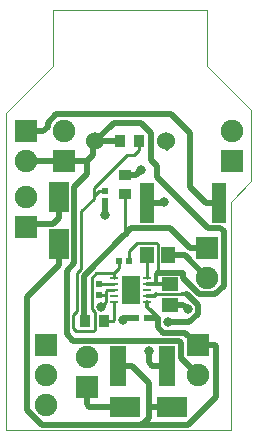
<source format=gbr>
%TF.GenerationSoftware,KiCad,Pcbnew,(5.0.0-rc3-dev)*%
%TF.CreationDate,2019-02-19T23:08:01+00:00*%
%TF.ProjectId,solar_breakout,736F6C61725F627265616B6F75742E6B,rev?*%
%TF.SameCoordinates,Original*%
%TF.FileFunction,Copper,L1,Top,Signal*%
%TF.FilePolarity,Positive*%
%FSLAX46Y46*%
G04 Gerber Fmt 4.6, Leading zero omitted, Abs format (unit mm)*
G04 Created by KiCad (PCBNEW (5.0.0-rc3-dev)) date 02/19/19 23:08:01*
%MOMM*%
%LPD*%
G01*
G04 APERTURE LIST*
%ADD10C,0.010000*%
%ADD11C,1.524000*%
%ADD12R,0.620000X0.620000*%
%ADD13C,1.900000*%
%ADD14R,1.900000X1.900000*%
%ADD15R,1.000000X0.950000*%
%ADD16R,1.150000X1.450000*%
%ADD17R,1.450000X1.150000*%
%ADD18R,2.500000X1.700000*%
%ADD19R,1.700000X2.500000*%
%ADD20R,0.700000X0.250000*%
%ADD21R,1.650000X2.380000*%
%ADD22R,1.400000X3.400000*%
%ADD23R,0.950000X1.000000*%
%ADD24R,1.250000X3.400000*%
%ADD25C,0.800000*%
%ADD26C,0.500000*%
%ADD27C,0.250000*%
%ADD28C,0.300000*%
G04 APERTURE END LIST*
D10*
X157700000Y-124300000D02*
X138700000Y-124300000D01*
X157700000Y-104950000D02*
X157700000Y-124300000D01*
X159450000Y-97200000D02*
X159450000Y-103200000D01*
X157700000Y-104950000D02*
X159450000Y-103200000D01*
X138700000Y-97450000D02*
X138700000Y-124300000D01*
X155700000Y-93450000D02*
X155700000Y-88700000D01*
X159450000Y-97200000D02*
X155700000Y-93450000D01*
X142700000Y-93450000D02*
X142700000Y-88700000D01*
X138700000Y-97450000D02*
X142700000Y-93450000D01*
X155700000Y-88700000D02*
X142700000Y-88700000D01*
D11*
X146200000Y-99822000D03*
X152200000Y-99822000D03*
D12*
X146558000Y-111945000D03*
X146558000Y-112845000D03*
D13*
X142100000Y-122140000D03*
X142100000Y-119600000D03*
D14*
X142100000Y-117060000D03*
D13*
X157800000Y-98930000D03*
D14*
X157800000Y-101470000D03*
D15*
X148717000Y-104305000D03*
X148717000Y-102705000D03*
D12*
X149722000Y-114808000D03*
X150622000Y-114808000D03*
D16*
X150611000Y-109474000D03*
X152411000Y-109474000D03*
D12*
X148216200Y-109956600D03*
X149116200Y-109956600D03*
D17*
X152527000Y-113676000D03*
X152527000Y-111876000D03*
D18*
X148749000Y-122301000D03*
X152749000Y-122301000D03*
D19*
X143179800Y-108553000D03*
X143179800Y-104553000D03*
D20*
X147800000Y-111395000D03*
X147800000Y-111895000D03*
X147800000Y-112395000D03*
X147800000Y-112895000D03*
X147800000Y-113395000D03*
X150650000Y-113395000D03*
X150650000Y-112895000D03*
X150650000Y-112395000D03*
X150650000Y-111895000D03*
X150650000Y-111395000D03*
D21*
X149225000Y-112395000D03*
D14*
X145542000Y-120650000D03*
D13*
X145542000Y-118110000D03*
X140400000Y-104571800D03*
D14*
X140400000Y-107111800D03*
D13*
X155702000Y-111379000D03*
D14*
X155702000Y-108839000D03*
D13*
X143600000Y-98930000D03*
D14*
X143600000Y-101470000D03*
X154900000Y-117060000D03*
D13*
X154900000Y-119600000D03*
D14*
X140400000Y-98930000D03*
D13*
X140400000Y-101470000D03*
D22*
X148173000Y-118872000D03*
X152273000Y-118872000D03*
D23*
X145377000Y-115062000D03*
X146977000Y-115062000D03*
X148323500Y-99822000D03*
X149923500Y-99822000D03*
D12*
X147066000Y-104013000D03*
X147066000Y-104913000D03*
D24*
X156720000Y-105029000D03*
X150620000Y-105029000D03*
D25*
X146737437Y-113837129D03*
X148590000Y-114935000D03*
X154051000Y-114046000D03*
X147066000Y-106045000D03*
X149225000Y-112395000D03*
X150154640Y-102232460D03*
X152062180Y-104968040D03*
X150749000Y-117559999D03*
X152361000Y-115159989D03*
D26*
X155702000Y-108839000D02*
X154252000Y-108839000D01*
X145288000Y-114973000D02*
X145288000Y-111196812D01*
X145377000Y-115062000D02*
X145288000Y-114973000D01*
X152592001Y-107179001D02*
X149784187Y-107179001D01*
X154252000Y-108839000D02*
X152592001Y-107179001D01*
D27*
X148717000Y-107767812D02*
X148694140Y-107790672D01*
X148717000Y-104305000D02*
X148717000Y-107767812D01*
D26*
X145288000Y-111196812D02*
X148694140Y-107790672D01*
X149305811Y-107179001D02*
X148717000Y-107767812D01*
X149784187Y-107179001D02*
X149305811Y-107179001D01*
D27*
X146558000Y-112845000D02*
X147124000Y-112845000D01*
X147200000Y-112395000D02*
X147800000Y-112395000D01*
X147124000Y-112471000D02*
X147200000Y-112395000D01*
X147124000Y-112845000D02*
X147124000Y-112471000D01*
X147124000Y-112845000D02*
X147124000Y-113353000D01*
X147124000Y-113353000D02*
X147124000Y-113450566D01*
X147124000Y-113450566D02*
X146737437Y-113837129D01*
D28*
X148717000Y-114808000D02*
X148590000Y-114935000D01*
D26*
X149722000Y-114808000D02*
X149098000Y-114808000D01*
X149098000Y-114808000D02*
X148717000Y-114808000D01*
D27*
X151772999Y-100020499D02*
X151574500Y-99822000D01*
D26*
X152348009Y-100389509D02*
X152348009Y-99782323D01*
X153797000Y-109474000D02*
X152411000Y-109474000D01*
X155702000Y-111379000D02*
X153797000Y-109474000D01*
X152527000Y-113676000D02*
X153681000Y-113676000D01*
X153681000Y-113676000D02*
X154051000Y-114046000D01*
X147066000Y-104913000D02*
X147066000Y-106045000D01*
X149682100Y-102705000D02*
X150154640Y-102232460D01*
X148717000Y-102705000D02*
X149682100Y-102705000D01*
X152001220Y-105029000D02*
X152062180Y-104968040D01*
X150620000Y-105029000D02*
X152001220Y-105029000D01*
D28*
X150650000Y-113395000D02*
X150650000Y-113820000D01*
D26*
X156350000Y-117060000D02*
X154900000Y-117060000D01*
X156464000Y-117174000D02*
X156350000Y-117060000D01*
X156464000Y-120336000D02*
X156464000Y-117174000D01*
X152749000Y-122301000D02*
X150749000Y-122301000D01*
X149373000Y-118872000D02*
X148173000Y-118872000D01*
X150749000Y-120248000D02*
X149373000Y-118872000D01*
X150749000Y-122301000D02*
X150749000Y-120248000D01*
D28*
X150650000Y-113820000D02*
X151638000Y-114808000D01*
D26*
X151511000Y-114808000D02*
X150622000Y-114808000D01*
X153849989Y-116009989D02*
X154900000Y-117060000D01*
X151511000Y-115567991D02*
X151511000Y-114808000D01*
X151952999Y-116009990D02*
X151511000Y-115567991D01*
X153849989Y-116009989D02*
X151952999Y-116009990D01*
X150749000Y-123211002D02*
X150749000Y-122301000D01*
X143179800Y-108553000D02*
X143179800Y-110303000D01*
X143179800Y-110303000D02*
X140462000Y-113020800D01*
X140462000Y-113020800D02*
X140462000Y-122574002D01*
X141732988Y-123844990D02*
X150115012Y-123844990D01*
X140462000Y-122574002D02*
X141732988Y-123844990D01*
X150115012Y-123844990D02*
X150749000Y-123211002D01*
X150115012Y-123844990D02*
X154119910Y-123844990D01*
X156464000Y-121500900D02*
X156464000Y-120336000D01*
X154119910Y-123844990D02*
X156464000Y-121500900D01*
D27*
X150650000Y-109513000D02*
X150611000Y-109474000D01*
X150650000Y-111395000D02*
X150650000Y-109513000D01*
X147800000Y-111395000D02*
X147800000Y-110962500D01*
X148216200Y-110546300D02*
X148216200Y-109956600D01*
X147800000Y-110962500D02*
X148216200Y-110546300D01*
X149535501Y-100959999D02*
X149410499Y-100959999D01*
X149923500Y-100572000D02*
X149535501Y-100959999D01*
X149923500Y-99822000D02*
X149923500Y-100572000D01*
X149410499Y-100959999D02*
X148901999Y-100959999D01*
X146870249Y-103007249D02*
X146870249Y-102991749D01*
X148901999Y-100959999D02*
X146870249Y-102991749D01*
X147066000Y-104013000D02*
X146535998Y-104013000D01*
X146535998Y-104013000D02*
X146117002Y-104431996D01*
X146117002Y-104682998D02*
X146117002Y-103744996D01*
X145054811Y-105745189D02*
X146117002Y-104682998D01*
X144641999Y-115887001D02*
X144392009Y-115637011D01*
X146112001Y-115887001D02*
X144641999Y-115887001D01*
X146175002Y-115824000D02*
X146112001Y-115887001D01*
X146177000Y-115824000D02*
X146175002Y-115824000D01*
X146117002Y-103744996D02*
X146870249Y-102991749D01*
X145922999Y-111374999D02*
X145922999Y-114047997D01*
X145922999Y-114047997D02*
X146177000Y-114301998D01*
X146177000Y-114301998D02*
X146177000Y-115824000D01*
X146335498Y-110962500D02*
X145922999Y-111374999D01*
X147800000Y-110962500D02*
X146335498Y-110962500D01*
X144712990Y-114166008D02*
X144712990Y-110938010D01*
X144392009Y-115637011D02*
X144392009Y-114486989D01*
X144392009Y-114486989D02*
X144712990Y-114166008D01*
X145054811Y-110596189D02*
X145054811Y-105745189D01*
X144712990Y-110938010D02*
X145054811Y-110596189D01*
D28*
X151426304Y-110955696D02*
X151350001Y-111031999D01*
X151300000Y-111895000D02*
X150650000Y-111895000D01*
X151350001Y-111844999D02*
X151300000Y-111895000D01*
X151350001Y-111031999D02*
X151350001Y-111844999D01*
X151381002Y-111876000D02*
X151350001Y-111844999D01*
X152527000Y-111876000D02*
X151381002Y-111876000D01*
D27*
X151511000Y-110871000D02*
X151426304Y-110955696D01*
X151511000Y-108488998D02*
X151511000Y-110871000D01*
X149775999Y-108423999D02*
X151446001Y-108423999D01*
X149116200Y-109083798D02*
X149775999Y-108423999D01*
X149116200Y-109956600D02*
X149116200Y-109083798D01*
D26*
X146050000Y-100965000D02*
X145542000Y-101473000D01*
X145053000Y-101473000D02*
X145050000Y-101470000D01*
X146050000Y-99822000D02*
X146050000Y-100965000D01*
X145050000Y-101470000D02*
X143600000Y-101470000D01*
X145542000Y-101473000D02*
X145053000Y-101473000D01*
X148323500Y-99822000D02*
X146200000Y-99822000D01*
X146200000Y-99822000D02*
X147791991Y-98230009D01*
X140400000Y-101470000D02*
X143600000Y-101470000D01*
X150987999Y-99101497D02*
X150987999Y-101398397D01*
X150116511Y-98230009D02*
X150987999Y-99101497D01*
X147791991Y-98230009D02*
X150116511Y-98230009D01*
X151510001Y-102878999D02*
X151510001Y-101920399D01*
X155810003Y-107179001D02*
X151510001Y-102878999D01*
X156836001Y-107179001D02*
X155810003Y-107179001D01*
X157102001Y-107445001D02*
X156836001Y-107179001D01*
X157102001Y-112051001D02*
X157102001Y-107445001D01*
X156374001Y-112779001D02*
X157102001Y-112051001D01*
X151510001Y-101920399D02*
X150987999Y-101398397D01*
X153670000Y-111419002D02*
X153670000Y-110955696D01*
X155029999Y-112779001D02*
X153670000Y-111419002D01*
X156374001Y-112779001D02*
X155029999Y-112779001D01*
X144279802Y-102149802D02*
X143600000Y-101470000D01*
X143816999Y-110825803D02*
X144479801Y-110163001D01*
X153499999Y-118199999D02*
X153499999Y-116888997D01*
X154900000Y-119600000D02*
X153499999Y-118199999D01*
X153499999Y-116888997D02*
X153321001Y-116709999D01*
X153321001Y-116709999D02*
X144395999Y-116709999D01*
X144395999Y-116709999D02*
X143816999Y-116130999D01*
X143816999Y-116130999D02*
X143816999Y-110825803D01*
X151595696Y-110955696D02*
X151511000Y-110871000D01*
X153670000Y-110955696D02*
X151595696Y-110955696D01*
X145542000Y-102615521D02*
X144479801Y-103677720D01*
X145542000Y-101473000D02*
X145542000Y-102615521D01*
X144479801Y-110163001D02*
X144479801Y-103677720D01*
D27*
X146608000Y-111895000D02*
X146558000Y-111945000D01*
X147800000Y-111895000D02*
X146608000Y-111895000D01*
D26*
X145542000Y-122100000D02*
X145542000Y-120650000D01*
X145743000Y-122301000D02*
X145542000Y-122100000D01*
X148749000Y-122301000D02*
X145743000Y-122301000D01*
X140813000Y-107524800D02*
X140400000Y-107111800D01*
X143179800Y-106303000D02*
X142675800Y-106807000D01*
X143179800Y-104553000D02*
X143179800Y-106303000D01*
X142154800Y-106807000D02*
X140690600Y-106807000D01*
X142675800Y-106807000D02*
X142154800Y-106807000D01*
D27*
X146977000Y-115062000D02*
X147702000Y-115062000D01*
X147800000Y-114964000D02*
X147800000Y-113395000D01*
X147702000Y-115062000D02*
X147800000Y-114964000D01*
D28*
X151300000Y-112895000D02*
X150650000Y-112895000D01*
X151369000Y-112826000D02*
X151300000Y-112895000D01*
X151369000Y-112776000D02*
X151369000Y-112826000D01*
D26*
X151073000Y-118872000D02*
X150749000Y-118548000D01*
X152273000Y-118872000D02*
X151073000Y-118872000D01*
X150749000Y-118548000D02*
X150749000Y-117559999D01*
D27*
X153543000Y-112776000D02*
X151369000Y-112776000D01*
D28*
X153543000Y-112776000D02*
X153545805Y-112776000D01*
X153543000Y-112776000D02*
X153905807Y-112776000D01*
D26*
X153445011Y-115159989D02*
X152361000Y-115159989D01*
X154195013Y-115159989D02*
X153445011Y-115159989D01*
X154940000Y-114415002D02*
X154195013Y-115159989D01*
X154940000Y-113678964D02*
X154940000Y-114415002D01*
X154037036Y-112776000D02*
X154940000Y-113678964D01*
X153905807Y-112776000D02*
X154037036Y-112776000D01*
X141850000Y-98930000D02*
X140400000Y-98930000D01*
X156720000Y-105029000D02*
X155595000Y-105029000D01*
X154279600Y-103713600D02*
X154279600Y-99117876D01*
X154279600Y-99117876D02*
X152691723Y-97529999D01*
X155595000Y-105029000D02*
X154279600Y-103713600D01*
X152691723Y-97529999D02*
X142927999Y-97529999D01*
X142199999Y-98580001D02*
X141850000Y-98930000D01*
X142199999Y-98257999D02*
X142199999Y-98580001D01*
X142927999Y-97529999D02*
X142199999Y-98257999D01*
M02*

</source>
